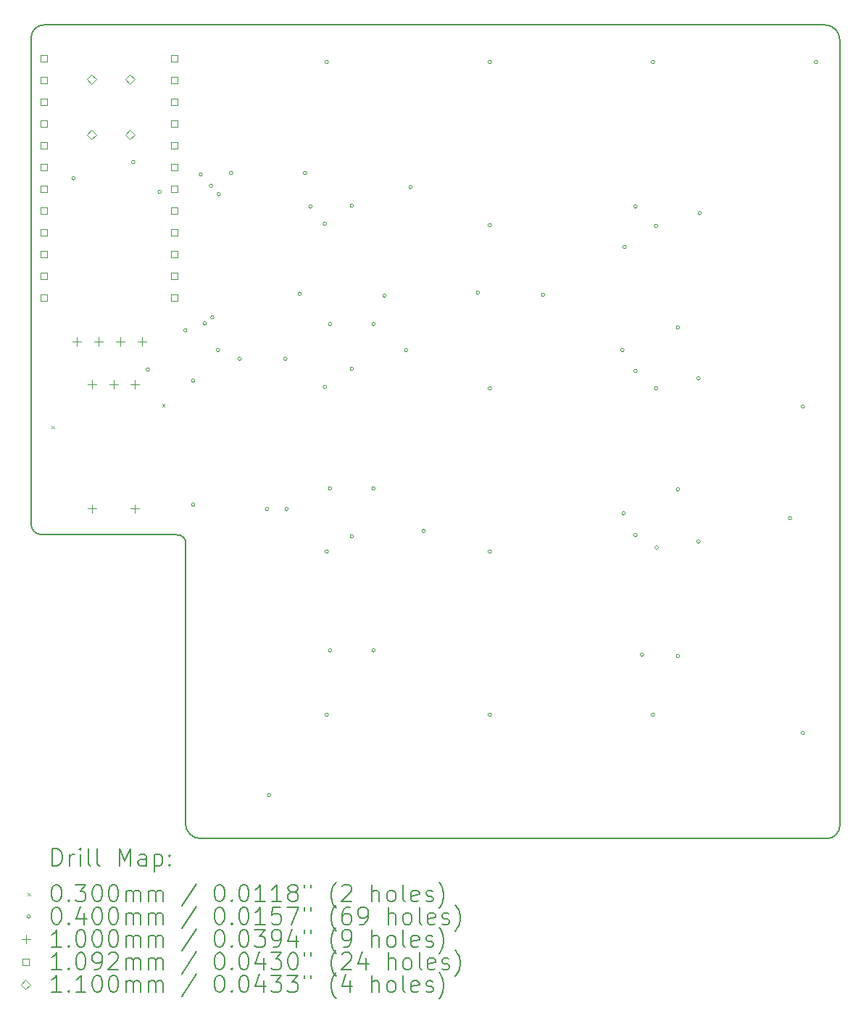
<source format=gbr>
%FSLAX45Y45*%
G04 Gerber Fmt 4.5, Leading zero omitted, Abs format (unit mm)*
G04 Created by KiCad (PCBNEW (6.0.0)) date 2023-01-06 10:55:56*
%MOMM*%
%LPD*%
G01*
G04 APERTURE LIST*
%TA.AperFunction,Profile*%
%ADD10C,0.150000*%
%TD*%
%ADD11C,0.200000*%
%ADD12C,0.030000*%
%ADD13C,0.040000*%
%ADD14C,0.100000*%
%ADD15C,0.109220*%
%ADD16C,0.110000*%
G04 APERTURE END LIST*
D10*
X15900400Y-15570200D02*
G75*
G03*
X16052800Y-15417800I0J152400D01*
G01*
X15875000Y-6070600D02*
X6756400Y-6070600D01*
X8407400Y-15392400D02*
G75*
G03*
X8585200Y-15570200I177800J0D01*
G01*
X6604000Y-11895822D02*
X6604000Y-6223000D01*
X6756400Y-6070600D02*
G75*
G03*
X6604000Y-6223000I0J-152400D01*
G01*
X6604000Y-11895822D02*
G75*
G03*
X6731000Y-12022822I127000J0D01*
G01*
X8407400Y-15392400D02*
X8412000Y-12132000D01*
X16052800Y-6248400D02*
G75*
G03*
X15875000Y-6070600I-177800J0D01*
G01*
X8585200Y-15570200D02*
X15900400Y-15570200D01*
X8412000Y-12132000D02*
G75*
G03*
X8307000Y-12024000I-96555J11169D01*
G01*
X16052800Y-15417800D02*
X16052800Y-6248400D01*
X8307000Y-12024000D02*
X6731000Y-12022822D01*
D11*
D12*
X6844500Y-10750000D02*
X6874500Y-10780000D01*
X6874500Y-10750000D02*
X6844500Y-10780000D01*
X8137200Y-10496000D02*
X8167200Y-10526000D01*
X8167200Y-10496000D02*
X8137200Y-10526000D01*
D13*
X7119300Y-7861300D02*
G75*
G03*
X7119300Y-7861300I-20000J0D01*
G01*
X7817800Y-7670800D02*
G75*
G03*
X7817800Y-7670800I-20000J0D01*
G01*
X7987000Y-10092450D02*
G75*
G03*
X7987000Y-10092450I-20000J0D01*
G01*
X8126000Y-8018000D02*
G75*
G03*
X8126000Y-8018000I-20000J0D01*
G01*
X8426000Y-9636000D02*
G75*
G03*
X8426000Y-9636000I-20000J0D01*
G01*
X8518000Y-10223500D02*
G75*
G03*
X8518000Y-10223500I-20000J0D01*
G01*
X8518000Y-11671300D02*
G75*
G03*
X8518000Y-11671300I-20000J0D01*
G01*
X8607000Y-7816000D02*
G75*
G03*
X8607000Y-7816000I-20000J0D01*
G01*
X8652000Y-9555000D02*
G75*
G03*
X8652000Y-9555000I-20000J0D01*
G01*
X8726000Y-7949000D02*
G75*
G03*
X8726000Y-7949000I-20000J0D01*
G01*
X8742000Y-9485000D02*
G75*
G03*
X8742000Y-9485000I-20000J0D01*
G01*
X8808400Y-9867900D02*
G75*
G03*
X8808400Y-9867900I-20000J0D01*
G01*
X8817335Y-8048035D02*
G75*
G03*
X8817335Y-8048035I-20000J0D01*
G01*
X8960800Y-7797800D02*
G75*
G03*
X8960800Y-7797800I-20000J0D01*
G01*
X9062400Y-9969500D02*
G75*
G03*
X9062400Y-9969500I-20000J0D01*
G01*
X9379900Y-11722100D02*
G75*
G03*
X9379900Y-11722100I-20000J0D01*
G01*
X9405300Y-15062200D02*
G75*
G03*
X9405300Y-15062200I-20000J0D01*
G01*
X9595800Y-9969500D02*
G75*
G03*
X9595800Y-9969500I-20000J0D01*
G01*
X9608500Y-11722100D02*
G75*
G03*
X9608500Y-11722100I-20000J0D01*
G01*
X9762000Y-9211000D02*
G75*
G03*
X9762000Y-9211000I-20000J0D01*
G01*
X9824400Y-7797800D02*
G75*
G03*
X9824400Y-7797800I-20000J0D01*
G01*
X9887900Y-8191500D02*
G75*
G03*
X9887900Y-8191500I-20000J0D01*
G01*
X10055984Y-8392875D02*
G75*
G03*
X10055984Y-8392875I-20000J0D01*
G01*
X10055984Y-10297875D02*
G75*
G03*
X10055984Y-10297875I-20000J0D01*
G01*
X10078000Y-6502400D02*
G75*
G03*
X10078000Y-6502400I-20000J0D01*
G01*
X10078000Y-12217400D02*
G75*
G03*
X10078000Y-12217400I-20000J0D01*
G01*
X10078000Y-14122400D02*
G75*
G03*
X10078000Y-14122400I-20000J0D01*
G01*
X10116500Y-9563100D02*
G75*
G03*
X10116500Y-9563100I-20000J0D01*
G01*
X10116500Y-11480800D02*
G75*
G03*
X10116500Y-11480800I-20000J0D01*
G01*
X10116500Y-13373100D02*
G75*
G03*
X10116500Y-13373100I-20000J0D01*
G01*
X10370500Y-8178800D02*
G75*
G03*
X10370500Y-8178800I-20000J0D01*
G01*
X10370500Y-10083800D02*
G75*
G03*
X10370500Y-10083800I-20000J0D01*
G01*
X10370500Y-12039600D02*
G75*
G03*
X10370500Y-12039600I-20000J0D01*
G01*
X10624500Y-9563100D02*
G75*
G03*
X10624500Y-9563100I-20000J0D01*
G01*
X10624500Y-11480800D02*
G75*
G03*
X10624500Y-11480800I-20000J0D01*
G01*
X10624500Y-13373100D02*
G75*
G03*
X10624500Y-13373100I-20000J0D01*
G01*
X10751500Y-9232900D02*
G75*
G03*
X10751500Y-9232900I-20000J0D01*
G01*
X11005500Y-9867900D02*
G75*
G03*
X11005500Y-9867900I-20000J0D01*
G01*
X11056300Y-7962900D02*
G75*
G03*
X11056300Y-7962900I-20000J0D01*
G01*
X11210000Y-11980000D02*
G75*
G03*
X11210000Y-11980000I-20000J0D01*
G01*
X11843700Y-9194800D02*
G75*
G03*
X11843700Y-9194800I-20000J0D01*
G01*
X11983000Y-6502400D02*
G75*
G03*
X11983000Y-6502400I-20000J0D01*
G01*
X11983000Y-8407400D02*
G75*
G03*
X11983000Y-8407400I-20000J0D01*
G01*
X11983000Y-10312400D02*
G75*
G03*
X11983000Y-10312400I-20000J0D01*
G01*
X11983000Y-12217400D02*
G75*
G03*
X11983000Y-12217400I-20000J0D01*
G01*
X11983000Y-14122400D02*
G75*
G03*
X11983000Y-14122400I-20000J0D01*
G01*
X12605700Y-9220200D02*
G75*
G03*
X12605700Y-9220200I-20000J0D01*
G01*
X13532800Y-9867900D02*
G75*
G03*
X13532800Y-9867900I-20000J0D01*
G01*
X13545500Y-11772900D02*
G75*
G03*
X13545500Y-11772900I-20000J0D01*
G01*
X13558200Y-8661400D02*
G75*
G03*
X13558200Y-8661400I-20000J0D01*
G01*
X13685200Y-8191500D02*
G75*
G03*
X13685200Y-8191500I-20000J0D01*
G01*
X13685200Y-10109200D02*
G75*
G03*
X13685200Y-10109200I-20000J0D01*
G01*
X13685200Y-12026900D02*
G75*
G03*
X13685200Y-12026900I-20000J0D01*
G01*
X13761400Y-13423900D02*
G75*
G03*
X13761400Y-13423900I-20000J0D01*
G01*
X13888000Y-6502400D02*
G75*
G03*
X13888000Y-6502400I-20000J0D01*
G01*
X13888000Y-14122400D02*
G75*
G03*
X13888000Y-14122400I-20000J0D01*
G01*
X13926090Y-8418607D02*
G75*
G03*
X13926090Y-8418607I-20000J0D01*
G01*
X13926090Y-10312400D02*
G75*
G03*
X13926090Y-10312400I-20000J0D01*
G01*
X13933115Y-12172285D02*
G75*
G03*
X13933115Y-12172285I-20000J0D01*
G01*
X14180500Y-9601200D02*
G75*
G03*
X14180500Y-9601200I-20000J0D01*
G01*
X14180500Y-11493500D02*
G75*
G03*
X14180500Y-11493500I-20000J0D01*
G01*
X14180500Y-13436600D02*
G75*
G03*
X14180500Y-13436600I-20000J0D01*
G01*
X14421800Y-10198100D02*
G75*
G03*
X14421800Y-10198100I-20000J0D01*
G01*
X14421800Y-12103100D02*
G75*
G03*
X14421800Y-12103100I-20000J0D01*
G01*
X14434500Y-8267700D02*
G75*
G03*
X14434500Y-8267700I-20000J0D01*
G01*
X15491000Y-11831600D02*
G75*
G03*
X15491000Y-11831600I-20000J0D01*
G01*
X15641000Y-10527900D02*
G75*
G03*
X15641000Y-10527900I-20000J0D01*
G01*
X15641000Y-14337900D02*
G75*
G03*
X15641000Y-14337900I-20000J0D01*
G01*
X15793000Y-6502400D02*
G75*
G03*
X15793000Y-6502400I-20000J0D01*
G01*
D14*
X7137400Y-9716300D02*
X7137400Y-9816300D01*
X7087400Y-9766300D02*
X7187400Y-9766300D01*
X7318000Y-10219000D02*
X7318000Y-10319000D01*
X7268000Y-10269000D02*
X7368000Y-10269000D01*
X7318000Y-11669000D02*
X7318000Y-11769000D01*
X7268000Y-11719000D02*
X7368000Y-11719000D01*
X7391400Y-9716300D02*
X7391400Y-9816300D01*
X7341400Y-9766300D02*
X7441400Y-9766300D01*
X7568000Y-10219000D02*
X7568000Y-10319000D01*
X7518000Y-10269000D02*
X7618000Y-10269000D01*
X7645400Y-9716300D02*
X7645400Y-9816300D01*
X7595400Y-9766300D02*
X7695400Y-9766300D01*
X7818000Y-10219000D02*
X7818000Y-10319000D01*
X7768000Y-10269000D02*
X7868000Y-10269000D01*
X7818000Y-11669000D02*
X7818000Y-11769000D01*
X7768000Y-11719000D02*
X7868000Y-11719000D01*
X7899400Y-9716300D02*
X7899400Y-9816300D01*
X7849400Y-9766300D02*
X7949400Y-9766300D01*
D15*
X6795015Y-6502915D02*
X6795015Y-6425684D01*
X6717784Y-6425684D01*
X6717784Y-6502915D01*
X6795015Y-6502915D01*
X6795015Y-6756915D02*
X6795015Y-6679684D01*
X6717784Y-6679684D01*
X6717784Y-6756915D01*
X6795015Y-6756915D01*
X6795015Y-7010915D02*
X6795015Y-6933684D01*
X6717784Y-6933684D01*
X6717784Y-7010915D01*
X6795015Y-7010915D01*
X6795015Y-7264915D02*
X6795015Y-7187684D01*
X6717784Y-7187684D01*
X6717784Y-7264915D01*
X6795015Y-7264915D01*
X6795015Y-7518915D02*
X6795015Y-7441684D01*
X6717784Y-7441684D01*
X6717784Y-7518915D01*
X6795015Y-7518915D01*
X6795015Y-7772915D02*
X6795015Y-7695684D01*
X6717784Y-7695684D01*
X6717784Y-7772915D01*
X6795015Y-7772915D01*
X6795015Y-8026915D02*
X6795015Y-7949684D01*
X6717784Y-7949684D01*
X6717784Y-8026915D01*
X6795015Y-8026915D01*
X6795015Y-8280915D02*
X6795015Y-8203684D01*
X6717784Y-8203684D01*
X6717784Y-8280915D01*
X6795015Y-8280915D01*
X6795015Y-8534916D02*
X6795015Y-8457685D01*
X6717784Y-8457685D01*
X6717784Y-8534916D01*
X6795015Y-8534916D01*
X6795015Y-8788916D02*
X6795015Y-8711685D01*
X6717784Y-8711685D01*
X6717784Y-8788916D01*
X6795015Y-8788916D01*
X6795015Y-9042916D02*
X6795015Y-8965685D01*
X6717784Y-8965685D01*
X6717784Y-9042916D01*
X6795015Y-9042916D01*
X6795015Y-9296916D02*
X6795015Y-9219685D01*
X6717784Y-9219685D01*
X6717784Y-9296916D01*
X6795015Y-9296916D01*
X8319015Y-6502915D02*
X8319015Y-6425684D01*
X8241784Y-6425684D01*
X8241784Y-6502915D01*
X8319015Y-6502915D01*
X8319015Y-6756915D02*
X8319015Y-6679684D01*
X8241784Y-6679684D01*
X8241784Y-6756915D01*
X8319015Y-6756915D01*
X8319015Y-7010915D02*
X8319015Y-6933684D01*
X8241784Y-6933684D01*
X8241784Y-7010915D01*
X8319015Y-7010915D01*
X8319015Y-7264915D02*
X8319015Y-7187684D01*
X8241784Y-7187684D01*
X8241784Y-7264915D01*
X8319015Y-7264915D01*
X8319015Y-7518915D02*
X8319015Y-7441684D01*
X8241784Y-7441684D01*
X8241784Y-7518915D01*
X8319015Y-7518915D01*
X8319015Y-7772915D02*
X8319015Y-7695684D01*
X8241784Y-7695684D01*
X8241784Y-7772915D01*
X8319015Y-7772915D01*
X8319015Y-8026915D02*
X8319015Y-7949684D01*
X8241784Y-7949684D01*
X8241784Y-8026915D01*
X8319015Y-8026915D01*
X8319015Y-8280915D02*
X8319015Y-8203684D01*
X8241784Y-8203684D01*
X8241784Y-8280915D01*
X8319015Y-8280915D01*
X8319015Y-8534916D02*
X8319015Y-8457685D01*
X8241784Y-8457685D01*
X8241784Y-8534916D01*
X8319015Y-8534916D01*
X8319015Y-8788916D02*
X8319015Y-8711685D01*
X8241784Y-8711685D01*
X8241784Y-8788916D01*
X8319015Y-8788916D01*
X8319015Y-9042916D02*
X8319015Y-8965685D01*
X8241784Y-8965685D01*
X8241784Y-9042916D01*
X8319015Y-9042916D01*
X8319015Y-9296916D02*
X8319015Y-9219685D01*
X8241784Y-9219685D01*
X8241784Y-9296916D01*
X8319015Y-9296916D01*
D16*
X7309700Y-6758300D02*
X7364700Y-6703300D01*
X7309700Y-6648300D01*
X7254700Y-6703300D01*
X7309700Y-6758300D01*
X7309700Y-7408300D02*
X7364700Y-7353300D01*
X7309700Y-7298300D01*
X7254700Y-7353300D01*
X7309700Y-7408300D01*
X7759700Y-6758300D02*
X7814700Y-6703300D01*
X7759700Y-6648300D01*
X7704700Y-6703300D01*
X7759700Y-6758300D01*
X7759700Y-7408300D02*
X7814700Y-7353300D01*
X7759700Y-7298300D01*
X7704700Y-7353300D01*
X7759700Y-7408300D01*
D11*
X6854119Y-15888176D02*
X6854119Y-15688176D01*
X6901738Y-15688176D01*
X6930309Y-15697700D01*
X6949357Y-15716748D01*
X6958881Y-15735795D01*
X6968405Y-15773890D01*
X6968405Y-15802462D01*
X6958881Y-15840557D01*
X6949357Y-15859605D01*
X6930309Y-15878652D01*
X6901738Y-15888176D01*
X6854119Y-15888176D01*
X7054119Y-15888176D02*
X7054119Y-15754843D01*
X7054119Y-15792938D02*
X7063643Y-15773890D01*
X7073167Y-15764367D01*
X7092214Y-15754843D01*
X7111262Y-15754843D01*
X7177928Y-15888176D02*
X7177928Y-15754843D01*
X7177928Y-15688176D02*
X7168405Y-15697700D01*
X7177928Y-15707224D01*
X7187452Y-15697700D01*
X7177928Y-15688176D01*
X7177928Y-15707224D01*
X7301738Y-15888176D02*
X7282690Y-15878652D01*
X7273167Y-15859605D01*
X7273167Y-15688176D01*
X7406500Y-15888176D02*
X7387452Y-15878652D01*
X7377928Y-15859605D01*
X7377928Y-15688176D01*
X7635071Y-15888176D02*
X7635071Y-15688176D01*
X7701738Y-15831033D01*
X7768405Y-15688176D01*
X7768405Y-15888176D01*
X7949357Y-15888176D02*
X7949357Y-15783414D01*
X7939833Y-15764367D01*
X7920786Y-15754843D01*
X7882690Y-15754843D01*
X7863643Y-15764367D01*
X7949357Y-15878652D02*
X7930309Y-15888176D01*
X7882690Y-15888176D01*
X7863643Y-15878652D01*
X7854119Y-15859605D01*
X7854119Y-15840557D01*
X7863643Y-15821509D01*
X7882690Y-15811986D01*
X7930309Y-15811986D01*
X7949357Y-15802462D01*
X8044595Y-15754843D02*
X8044595Y-15954843D01*
X8044595Y-15764367D02*
X8063643Y-15754843D01*
X8101738Y-15754843D01*
X8120786Y-15764367D01*
X8130309Y-15773890D01*
X8139833Y-15792938D01*
X8139833Y-15850081D01*
X8130309Y-15869128D01*
X8120786Y-15878652D01*
X8101738Y-15888176D01*
X8063643Y-15888176D01*
X8044595Y-15878652D01*
X8225548Y-15869128D02*
X8235071Y-15878652D01*
X8225548Y-15888176D01*
X8216024Y-15878652D01*
X8225548Y-15869128D01*
X8225548Y-15888176D01*
X8225548Y-15764367D02*
X8235071Y-15773890D01*
X8225548Y-15783414D01*
X8216024Y-15773890D01*
X8225548Y-15764367D01*
X8225548Y-15783414D01*
D12*
X6566500Y-16202700D02*
X6596500Y-16232700D01*
X6596500Y-16202700D02*
X6566500Y-16232700D01*
D11*
X6892214Y-16108176D02*
X6911262Y-16108176D01*
X6930309Y-16117700D01*
X6939833Y-16127224D01*
X6949357Y-16146271D01*
X6958881Y-16184367D01*
X6958881Y-16231986D01*
X6949357Y-16270081D01*
X6939833Y-16289128D01*
X6930309Y-16298652D01*
X6911262Y-16308176D01*
X6892214Y-16308176D01*
X6873167Y-16298652D01*
X6863643Y-16289128D01*
X6854119Y-16270081D01*
X6844595Y-16231986D01*
X6844595Y-16184367D01*
X6854119Y-16146271D01*
X6863643Y-16127224D01*
X6873167Y-16117700D01*
X6892214Y-16108176D01*
X7044595Y-16289128D02*
X7054119Y-16298652D01*
X7044595Y-16308176D01*
X7035071Y-16298652D01*
X7044595Y-16289128D01*
X7044595Y-16308176D01*
X7120786Y-16108176D02*
X7244595Y-16108176D01*
X7177928Y-16184367D01*
X7206500Y-16184367D01*
X7225548Y-16193890D01*
X7235071Y-16203414D01*
X7244595Y-16222462D01*
X7244595Y-16270081D01*
X7235071Y-16289128D01*
X7225548Y-16298652D01*
X7206500Y-16308176D01*
X7149357Y-16308176D01*
X7130309Y-16298652D01*
X7120786Y-16289128D01*
X7368405Y-16108176D02*
X7387452Y-16108176D01*
X7406500Y-16117700D01*
X7416024Y-16127224D01*
X7425548Y-16146271D01*
X7435071Y-16184367D01*
X7435071Y-16231986D01*
X7425548Y-16270081D01*
X7416024Y-16289128D01*
X7406500Y-16298652D01*
X7387452Y-16308176D01*
X7368405Y-16308176D01*
X7349357Y-16298652D01*
X7339833Y-16289128D01*
X7330309Y-16270081D01*
X7320786Y-16231986D01*
X7320786Y-16184367D01*
X7330309Y-16146271D01*
X7339833Y-16127224D01*
X7349357Y-16117700D01*
X7368405Y-16108176D01*
X7558881Y-16108176D02*
X7577928Y-16108176D01*
X7596976Y-16117700D01*
X7606500Y-16127224D01*
X7616024Y-16146271D01*
X7625548Y-16184367D01*
X7625548Y-16231986D01*
X7616024Y-16270081D01*
X7606500Y-16289128D01*
X7596976Y-16298652D01*
X7577928Y-16308176D01*
X7558881Y-16308176D01*
X7539833Y-16298652D01*
X7530309Y-16289128D01*
X7520786Y-16270081D01*
X7511262Y-16231986D01*
X7511262Y-16184367D01*
X7520786Y-16146271D01*
X7530309Y-16127224D01*
X7539833Y-16117700D01*
X7558881Y-16108176D01*
X7711262Y-16308176D02*
X7711262Y-16174843D01*
X7711262Y-16193890D02*
X7720786Y-16184367D01*
X7739833Y-16174843D01*
X7768405Y-16174843D01*
X7787452Y-16184367D01*
X7796976Y-16203414D01*
X7796976Y-16308176D01*
X7796976Y-16203414D02*
X7806500Y-16184367D01*
X7825548Y-16174843D01*
X7854119Y-16174843D01*
X7873167Y-16184367D01*
X7882690Y-16203414D01*
X7882690Y-16308176D01*
X7977928Y-16308176D02*
X7977928Y-16174843D01*
X7977928Y-16193890D02*
X7987452Y-16184367D01*
X8006500Y-16174843D01*
X8035071Y-16174843D01*
X8054119Y-16184367D01*
X8063643Y-16203414D01*
X8063643Y-16308176D01*
X8063643Y-16203414D02*
X8073167Y-16184367D01*
X8092214Y-16174843D01*
X8120786Y-16174843D01*
X8139833Y-16184367D01*
X8149357Y-16203414D01*
X8149357Y-16308176D01*
X8539833Y-16098652D02*
X8368405Y-16355795D01*
X8796976Y-16108176D02*
X8816024Y-16108176D01*
X8835071Y-16117700D01*
X8844595Y-16127224D01*
X8854119Y-16146271D01*
X8863643Y-16184367D01*
X8863643Y-16231986D01*
X8854119Y-16270081D01*
X8844595Y-16289128D01*
X8835071Y-16298652D01*
X8816024Y-16308176D01*
X8796976Y-16308176D01*
X8777929Y-16298652D01*
X8768405Y-16289128D01*
X8758881Y-16270081D01*
X8749357Y-16231986D01*
X8749357Y-16184367D01*
X8758881Y-16146271D01*
X8768405Y-16127224D01*
X8777929Y-16117700D01*
X8796976Y-16108176D01*
X8949357Y-16289128D02*
X8958881Y-16298652D01*
X8949357Y-16308176D01*
X8939833Y-16298652D01*
X8949357Y-16289128D01*
X8949357Y-16308176D01*
X9082690Y-16108176D02*
X9101738Y-16108176D01*
X9120786Y-16117700D01*
X9130310Y-16127224D01*
X9139833Y-16146271D01*
X9149357Y-16184367D01*
X9149357Y-16231986D01*
X9139833Y-16270081D01*
X9130310Y-16289128D01*
X9120786Y-16298652D01*
X9101738Y-16308176D01*
X9082690Y-16308176D01*
X9063643Y-16298652D01*
X9054119Y-16289128D01*
X9044595Y-16270081D01*
X9035071Y-16231986D01*
X9035071Y-16184367D01*
X9044595Y-16146271D01*
X9054119Y-16127224D01*
X9063643Y-16117700D01*
X9082690Y-16108176D01*
X9339833Y-16308176D02*
X9225548Y-16308176D01*
X9282690Y-16308176D02*
X9282690Y-16108176D01*
X9263643Y-16136748D01*
X9244595Y-16155795D01*
X9225548Y-16165319D01*
X9530310Y-16308176D02*
X9416024Y-16308176D01*
X9473167Y-16308176D02*
X9473167Y-16108176D01*
X9454119Y-16136748D01*
X9435071Y-16155795D01*
X9416024Y-16165319D01*
X9644595Y-16193890D02*
X9625548Y-16184367D01*
X9616024Y-16174843D01*
X9606500Y-16155795D01*
X9606500Y-16146271D01*
X9616024Y-16127224D01*
X9625548Y-16117700D01*
X9644595Y-16108176D01*
X9682690Y-16108176D01*
X9701738Y-16117700D01*
X9711262Y-16127224D01*
X9720786Y-16146271D01*
X9720786Y-16155795D01*
X9711262Y-16174843D01*
X9701738Y-16184367D01*
X9682690Y-16193890D01*
X9644595Y-16193890D01*
X9625548Y-16203414D01*
X9616024Y-16212938D01*
X9606500Y-16231986D01*
X9606500Y-16270081D01*
X9616024Y-16289128D01*
X9625548Y-16298652D01*
X9644595Y-16308176D01*
X9682690Y-16308176D01*
X9701738Y-16298652D01*
X9711262Y-16289128D01*
X9720786Y-16270081D01*
X9720786Y-16231986D01*
X9711262Y-16212938D01*
X9701738Y-16203414D01*
X9682690Y-16193890D01*
X9796976Y-16108176D02*
X9796976Y-16146271D01*
X9873167Y-16108176D02*
X9873167Y-16146271D01*
X10168405Y-16384367D02*
X10158881Y-16374843D01*
X10139833Y-16346271D01*
X10130310Y-16327224D01*
X10120786Y-16298652D01*
X10111262Y-16251033D01*
X10111262Y-16212938D01*
X10120786Y-16165319D01*
X10130310Y-16136748D01*
X10139833Y-16117700D01*
X10158881Y-16089128D01*
X10168405Y-16079605D01*
X10235071Y-16127224D02*
X10244595Y-16117700D01*
X10263643Y-16108176D01*
X10311262Y-16108176D01*
X10330310Y-16117700D01*
X10339833Y-16127224D01*
X10349357Y-16146271D01*
X10349357Y-16165319D01*
X10339833Y-16193890D01*
X10225548Y-16308176D01*
X10349357Y-16308176D01*
X10587452Y-16308176D02*
X10587452Y-16108176D01*
X10673167Y-16308176D02*
X10673167Y-16203414D01*
X10663643Y-16184367D01*
X10644595Y-16174843D01*
X10616024Y-16174843D01*
X10596976Y-16184367D01*
X10587452Y-16193890D01*
X10796976Y-16308176D02*
X10777929Y-16298652D01*
X10768405Y-16289128D01*
X10758881Y-16270081D01*
X10758881Y-16212938D01*
X10768405Y-16193890D01*
X10777929Y-16184367D01*
X10796976Y-16174843D01*
X10825548Y-16174843D01*
X10844595Y-16184367D01*
X10854119Y-16193890D01*
X10863643Y-16212938D01*
X10863643Y-16270081D01*
X10854119Y-16289128D01*
X10844595Y-16298652D01*
X10825548Y-16308176D01*
X10796976Y-16308176D01*
X10977929Y-16308176D02*
X10958881Y-16298652D01*
X10949357Y-16279605D01*
X10949357Y-16108176D01*
X11130310Y-16298652D02*
X11111262Y-16308176D01*
X11073167Y-16308176D01*
X11054119Y-16298652D01*
X11044595Y-16279605D01*
X11044595Y-16203414D01*
X11054119Y-16184367D01*
X11073167Y-16174843D01*
X11111262Y-16174843D01*
X11130310Y-16184367D01*
X11139833Y-16203414D01*
X11139833Y-16222462D01*
X11044595Y-16241509D01*
X11216024Y-16298652D02*
X11235071Y-16308176D01*
X11273167Y-16308176D01*
X11292214Y-16298652D01*
X11301738Y-16279605D01*
X11301738Y-16270081D01*
X11292214Y-16251033D01*
X11273167Y-16241509D01*
X11244595Y-16241509D01*
X11225548Y-16231986D01*
X11216024Y-16212938D01*
X11216024Y-16203414D01*
X11225548Y-16184367D01*
X11244595Y-16174843D01*
X11273167Y-16174843D01*
X11292214Y-16184367D01*
X11368405Y-16384367D02*
X11377928Y-16374843D01*
X11396976Y-16346271D01*
X11406500Y-16327224D01*
X11416024Y-16298652D01*
X11425548Y-16251033D01*
X11425548Y-16212938D01*
X11416024Y-16165319D01*
X11406500Y-16136748D01*
X11396976Y-16117700D01*
X11377928Y-16089128D01*
X11368405Y-16079605D01*
D13*
X6596500Y-16481700D02*
G75*
G03*
X6596500Y-16481700I-20000J0D01*
G01*
D11*
X6892214Y-16372176D02*
X6911262Y-16372176D01*
X6930309Y-16381700D01*
X6939833Y-16391224D01*
X6949357Y-16410271D01*
X6958881Y-16448367D01*
X6958881Y-16495986D01*
X6949357Y-16534081D01*
X6939833Y-16553128D01*
X6930309Y-16562652D01*
X6911262Y-16572176D01*
X6892214Y-16572176D01*
X6873167Y-16562652D01*
X6863643Y-16553128D01*
X6854119Y-16534081D01*
X6844595Y-16495986D01*
X6844595Y-16448367D01*
X6854119Y-16410271D01*
X6863643Y-16391224D01*
X6873167Y-16381700D01*
X6892214Y-16372176D01*
X7044595Y-16553128D02*
X7054119Y-16562652D01*
X7044595Y-16572176D01*
X7035071Y-16562652D01*
X7044595Y-16553128D01*
X7044595Y-16572176D01*
X7225548Y-16438843D02*
X7225548Y-16572176D01*
X7177928Y-16362652D02*
X7130309Y-16505509D01*
X7254119Y-16505509D01*
X7368405Y-16372176D02*
X7387452Y-16372176D01*
X7406500Y-16381700D01*
X7416024Y-16391224D01*
X7425548Y-16410271D01*
X7435071Y-16448367D01*
X7435071Y-16495986D01*
X7425548Y-16534081D01*
X7416024Y-16553128D01*
X7406500Y-16562652D01*
X7387452Y-16572176D01*
X7368405Y-16572176D01*
X7349357Y-16562652D01*
X7339833Y-16553128D01*
X7330309Y-16534081D01*
X7320786Y-16495986D01*
X7320786Y-16448367D01*
X7330309Y-16410271D01*
X7339833Y-16391224D01*
X7349357Y-16381700D01*
X7368405Y-16372176D01*
X7558881Y-16372176D02*
X7577928Y-16372176D01*
X7596976Y-16381700D01*
X7606500Y-16391224D01*
X7616024Y-16410271D01*
X7625548Y-16448367D01*
X7625548Y-16495986D01*
X7616024Y-16534081D01*
X7606500Y-16553128D01*
X7596976Y-16562652D01*
X7577928Y-16572176D01*
X7558881Y-16572176D01*
X7539833Y-16562652D01*
X7530309Y-16553128D01*
X7520786Y-16534081D01*
X7511262Y-16495986D01*
X7511262Y-16448367D01*
X7520786Y-16410271D01*
X7530309Y-16391224D01*
X7539833Y-16381700D01*
X7558881Y-16372176D01*
X7711262Y-16572176D02*
X7711262Y-16438843D01*
X7711262Y-16457890D02*
X7720786Y-16448367D01*
X7739833Y-16438843D01*
X7768405Y-16438843D01*
X7787452Y-16448367D01*
X7796976Y-16467414D01*
X7796976Y-16572176D01*
X7796976Y-16467414D02*
X7806500Y-16448367D01*
X7825548Y-16438843D01*
X7854119Y-16438843D01*
X7873167Y-16448367D01*
X7882690Y-16467414D01*
X7882690Y-16572176D01*
X7977928Y-16572176D02*
X7977928Y-16438843D01*
X7977928Y-16457890D02*
X7987452Y-16448367D01*
X8006500Y-16438843D01*
X8035071Y-16438843D01*
X8054119Y-16448367D01*
X8063643Y-16467414D01*
X8063643Y-16572176D01*
X8063643Y-16467414D02*
X8073167Y-16448367D01*
X8092214Y-16438843D01*
X8120786Y-16438843D01*
X8139833Y-16448367D01*
X8149357Y-16467414D01*
X8149357Y-16572176D01*
X8539833Y-16362652D02*
X8368405Y-16619795D01*
X8796976Y-16372176D02*
X8816024Y-16372176D01*
X8835071Y-16381700D01*
X8844595Y-16391224D01*
X8854119Y-16410271D01*
X8863643Y-16448367D01*
X8863643Y-16495986D01*
X8854119Y-16534081D01*
X8844595Y-16553128D01*
X8835071Y-16562652D01*
X8816024Y-16572176D01*
X8796976Y-16572176D01*
X8777929Y-16562652D01*
X8768405Y-16553128D01*
X8758881Y-16534081D01*
X8749357Y-16495986D01*
X8749357Y-16448367D01*
X8758881Y-16410271D01*
X8768405Y-16391224D01*
X8777929Y-16381700D01*
X8796976Y-16372176D01*
X8949357Y-16553128D02*
X8958881Y-16562652D01*
X8949357Y-16572176D01*
X8939833Y-16562652D01*
X8949357Y-16553128D01*
X8949357Y-16572176D01*
X9082690Y-16372176D02*
X9101738Y-16372176D01*
X9120786Y-16381700D01*
X9130310Y-16391224D01*
X9139833Y-16410271D01*
X9149357Y-16448367D01*
X9149357Y-16495986D01*
X9139833Y-16534081D01*
X9130310Y-16553128D01*
X9120786Y-16562652D01*
X9101738Y-16572176D01*
X9082690Y-16572176D01*
X9063643Y-16562652D01*
X9054119Y-16553128D01*
X9044595Y-16534081D01*
X9035071Y-16495986D01*
X9035071Y-16448367D01*
X9044595Y-16410271D01*
X9054119Y-16391224D01*
X9063643Y-16381700D01*
X9082690Y-16372176D01*
X9339833Y-16572176D02*
X9225548Y-16572176D01*
X9282690Y-16572176D02*
X9282690Y-16372176D01*
X9263643Y-16400748D01*
X9244595Y-16419795D01*
X9225548Y-16429319D01*
X9520786Y-16372176D02*
X9425548Y-16372176D01*
X9416024Y-16467414D01*
X9425548Y-16457890D01*
X9444595Y-16448367D01*
X9492214Y-16448367D01*
X9511262Y-16457890D01*
X9520786Y-16467414D01*
X9530310Y-16486462D01*
X9530310Y-16534081D01*
X9520786Y-16553128D01*
X9511262Y-16562652D01*
X9492214Y-16572176D01*
X9444595Y-16572176D01*
X9425548Y-16562652D01*
X9416024Y-16553128D01*
X9596976Y-16372176D02*
X9730310Y-16372176D01*
X9644595Y-16572176D01*
X9796976Y-16372176D02*
X9796976Y-16410271D01*
X9873167Y-16372176D02*
X9873167Y-16410271D01*
X10168405Y-16648367D02*
X10158881Y-16638843D01*
X10139833Y-16610271D01*
X10130310Y-16591224D01*
X10120786Y-16562652D01*
X10111262Y-16515033D01*
X10111262Y-16476938D01*
X10120786Y-16429319D01*
X10130310Y-16400748D01*
X10139833Y-16381700D01*
X10158881Y-16353128D01*
X10168405Y-16343605D01*
X10330310Y-16372176D02*
X10292214Y-16372176D01*
X10273167Y-16381700D01*
X10263643Y-16391224D01*
X10244595Y-16419795D01*
X10235071Y-16457890D01*
X10235071Y-16534081D01*
X10244595Y-16553128D01*
X10254119Y-16562652D01*
X10273167Y-16572176D01*
X10311262Y-16572176D01*
X10330310Y-16562652D01*
X10339833Y-16553128D01*
X10349357Y-16534081D01*
X10349357Y-16486462D01*
X10339833Y-16467414D01*
X10330310Y-16457890D01*
X10311262Y-16448367D01*
X10273167Y-16448367D01*
X10254119Y-16457890D01*
X10244595Y-16467414D01*
X10235071Y-16486462D01*
X10444595Y-16572176D02*
X10482690Y-16572176D01*
X10501738Y-16562652D01*
X10511262Y-16553128D01*
X10530310Y-16524557D01*
X10539833Y-16486462D01*
X10539833Y-16410271D01*
X10530310Y-16391224D01*
X10520786Y-16381700D01*
X10501738Y-16372176D01*
X10463643Y-16372176D01*
X10444595Y-16381700D01*
X10435071Y-16391224D01*
X10425548Y-16410271D01*
X10425548Y-16457890D01*
X10435071Y-16476938D01*
X10444595Y-16486462D01*
X10463643Y-16495986D01*
X10501738Y-16495986D01*
X10520786Y-16486462D01*
X10530310Y-16476938D01*
X10539833Y-16457890D01*
X10777929Y-16572176D02*
X10777929Y-16372176D01*
X10863643Y-16572176D02*
X10863643Y-16467414D01*
X10854119Y-16448367D01*
X10835071Y-16438843D01*
X10806500Y-16438843D01*
X10787452Y-16448367D01*
X10777929Y-16457890D01*
X10987452Y-16572176D02*
X10968405Y-16562652D01*
X10958881Y-16553128D01*
X10949357Y-16534081D01*
X10949357Y-16476938D01*
X10958881Y-16457890D01*
X10968405Y-16448367D01*
X10987452Y-16438843D01*
X11016024Y-16438843D01*
X11035071Y-16448367D01*
X11044595Y-16457890D01*
X11054119Y-16476938D01*
X11054119Y-16534081D01*
X11044595Y-16553128D01*
X11035071Y-16562652D01*
X11016024Y-16572176D01*
X10987452Y-16572176D01*
X11168405Y-16572176D02*
X11149357Y-16562652D01*
X11139833Y-16543605D01*
X11139833Y-16372176D01*
X11320786Y-16562652D02*
X11301738Y-16572176D01*
X11263643Y-16572176D01*
X11244595Y-16562652D01*
X11235071Y-16543605D01*
X11235071Y-16467414D01*
X11244595Y-16448367D01*
X11263643Y-16438843D01*
X11301738Y-16438843D01*
X11320786Y-16448367D01*
X11330309Y-16467414D01*
X11330309Y-16486462D01*
X11235071Y-16505509D01*
X11406500Y-16562652D02*
X11425548Y-16572176D01*
X11463643Y-16572176D01*
X11482690Y-16562652D01*
X11492214Y-16543605D01*
X11492214Y-16534081D01*
X11482690Y-16515033D01*
X11463643Y-16505509D01*
X11435071Y-16505509D01*
X11416024Y-16495986D01*
X11406500Y-16476938D01*
X11406500Y-16467414D01*
X11416024Y-16448367D01*
X11435071Y-16438843D01*
X11463643Y-16438843D01*
X11482690Y-16448367D01*
X11558881Y-16648367D02*
X11568405Y-16638843D01*
X11587452Y-16610271D01*
X11596976Y-16591224D01*
X11606500Y-16562652D01*
X11616024Y-16515033D01*
X11616024Y-16476938D01*
X11606500Y-16429319D01*
X11596976Y-16400748D01*
X11587452Y-16381700D01*
X11568405Y-16353128D01*
X11558881Y-16343605D01*
D14*
X6546500Y-16695700D02*
X6546500Y-16795700D01*
X6496500Y-16745700D02*
X6596500Y-16745700D01*
D11*
X6958881Y-16836176D02*
X6844595Y-16836176D01*
X6901738Y-16836176D02*
X6901738Y-16636176D01*
X6882690Y-16664748D01*
X6863643Y-16683795D01*
X6844595Y-16693319D01*
X7044595Y-16817129D02*
X7054119Y-16826652D01*
X7044595Y-16836176D01*
X7035071Y-16826652D01*
X7044595Y-16817129D01*
X7044595Y-16836176D01*
X7177928Y-16636176D02*
X7196976Y-16636176D01*
X7216024Y-16645700D01*
X7225548Y-16655224D01*
X7235071Y-16674271D01*
X7244595Y-16712367D01*
X7244595Y-16759986D01*
X7235071Y-16798081D01*
X7225548Y-16817129D01*
X7216024Y-16826652D01*
X7196976Y-16836176D01*
X7177928Y-16836176D01*
X7158881Y-16826652D01*
X7149357Y-16817129D01*
X7139833Y-16798081D01*
X7130309Y-16759986D01*
X7130309Y-16712367D01*
X7139833Y-16674271D01*
X7149357Y-16655224D01*
X7158881Y-16645700D01*
X7177928Y-16636176D01*
X7368405Y-16636176D02*
X7387452Y-16636176D01*
X7406500Y-16645700D01*
X7416024Y-16655224D01*
X7425548Y-16674271D01*
X7435071Y-16712367D01*
X7435071Y-16759986D01*
X7425548Y-16798081D01*
X7416024Y-16817129D01*
X7406500Y-16826652D01*
X7387452Y-16836176D01*
X7368405Y-16836176D01*
X7349357Y-16826652D01*
X7339833Y-16817129D01*
X7330309Y-16798081D01*
X7320786Y-16759986D01*
X7320786Y-16712367D01*
X7330309Y-16674271D01*
X7339833Y-16655224D01*
X7349357Y-16645700D01*
X7368405Y-16636176D01*
X7558881Y-16636176D02*
X7577928Y-16636176D01*
X7596976Y-16645700D01*
X7606500Y-16655224D01*
X7616024Y-16674271D01*
X7625548Y-16712367D01*
X7625548Y-16759986D01*
X7616024Y-16798081D01*
X7606500Y-16817129D01*
X7596976Y-16826652D01*
X7577928Y-16836176D01*
X7558881Y-16836176D01*
X7539833Y-16826652D01*
X7530309Y-16817129D01*
X7520786Y-16798081D01*
X7511262Y-16759986D01*
X7511262Y-16712367D01*
X7520786Y-16674271D01*
X7530309Y-16655224D01*
X7539833Y-16645700D01*
X7558881Y-16636176D01*
X7711262Y-16836176D02*
X7711262Y-16702843D01*
X7711262Y-16721890D02*
X7720786Y-16712367D01*
X7739833Y-16702843D01*
X7768405Y-16702843D01*
X7787452Y-16712367D01*
X7796976Y-16731414D01*
X7796976Y-16836176D01*
X7796976Y-16731414D02*
X7806500Y-16712367D01*
X7825548Y-16702843D01*
X7854119Y-16702843D01*
X7873167Y-16712367D01*
X7882690Y-16731414D01*
X7882690Y-16836176D01*
X7977928Y-16836176D02*
X7977928Y-16702843D01*
X7977928Y-16721890D02*
X7987452Y-16712367D01*
X8006500Y-16702843D01*
X8035071Y-16702843D01*
X8054119Y-16712367D01*
X8063643Y-16731414D01*
X8063643Y-16836176D01*
X8063643Y-16731414D02*
X8073167Y-16712367D01*
X8092214Y-16702843D01*
X8120786Y-16702843D01*
X8139833Y-16712367D01*
X8149357Y-16731414D01*
X8149357Y-16836176D01*
X8539833Y-16626652D02*
X8368405Y-16883795D01*
X8796976Y-16636176D02*
X8816024Y-16636176D01*
X8835071Y-16645700D01*
X8844595Y-16655224D01*
X8854119Y-16674271D01*
X8863643Y-16712367D01*
X8863643Y-16759986D01*
X8854119Y-16798081D01*
X8844595Y-16817129D01*
X8835071Y-16826652D01*
X8816024Y-16836176D01*
X8796976Y-16836176D01*
X8777929Y-16826652D01*
X8768405Y-16817129D01*
X8758881Y-16798081D01*
X8749357Y-16759986D01*
X8749357Y-16712367D01*
X8758881Y-16674271D01*
X8768405Y-16655224D01*
X8777929Y-16645700D01*
X8796976Y-16636176D01*
X8949357Y-16817129D02*
X8958881Y-16826652D01*
X8949357Y-16836176D01*
X8939833Y-16826652D01*
X8949357Y-16817129D01*
X8949357Y-16836176D01*
X9082690Y-16636176D02*
X9101738Y-16636176D01*
X9120786Y-16645700D01*
X9130310Y-16655224D01*
X9139833Y-16674271D01*
X9149357Y-16712367D01*
X9149357Y-16759986D01*
X9139833Y-16798081D01*
X9130310Y-16817129D01*
X9120786Y-16826652D01*
X9101738Y-16836176D01*
X9082690Y-16836176D01*
X9063643Y-16826652D01*
X9054119Y-16817129D01*
X9044595Y-16798081D01*
X9035071Y-16759986D01*
X9035071Y-16712367D01*
X9044595Y-16674271D01*
X9054119Y-16655224D01*
X9063643Y-16645700D01*
X9082690Y-16636176D01*
X9216024Y-16636176D02*
X9339833Y-16636176D01*
X9273167Y-16712367D01*
X9301738Y-16712367D01*
X9320786Y-16721890D01*
X9330310Y-16731414D01*
X9339833Y-16750462D01*
X9339833Y-16798081D01*
X9330310Y-16817129D01*
X9320786Y-16826652D01*
X9301738Y-16836176D01*
X9244595Y-16836176D01*
X9225548Y-16826652D01*
X9216024Y-16817129D01*
X9435071Y-16836176D02*
X9473167Y-16836176D01*
X9492214Y-16826652D01*
X9501738Y-16817129D01*
X9520786Y-16788557D01*
X9530310Y-16750462D01*
X9530310Y-16674271D01*
X9520786Y-16655224D01*
X9511262Y-16645700D01*
X9492214Y-16636176D01*
X9454119Y-16636176D01*
X9435071Y-16645700D01*
X9425548Y-16655224D01*
X9416024Y-16674271D01*
X9416024Y-16721890D01*
X9425548Y-16740938D01*
X9435071Y-16750462D01*
X9454119Y-16759986D01*
X9492214Y-16759986D01*
X9511262Y-16750462D01*
X9520786Y-16740938D01*
X9530310Y-16721890D01*
X9701738Y-16702843D02*
X9701738Y-16836176D01*
X9654119Y-16626652D02*
X9606500Y-16769509D01*
X9730310Y-16769509D01*
X9796976Y-16636176D02*
X9796976Y-16674271D01*
X9873167Y-16636176D02*
X9873167Y-16674271D01*
X10168405Y-16912367D02*
X10158881Y-16902843D01*
X10139833Y-16874271D01*
X10130310Y-16855224D01*
X10120786Y-16826652D01*
X10111262Y-16779033D01*
X10111262Y-16740938D01*
X10120786Y-16693319D01*
X10130310Y-16664748D01*
X10139833Y-16645700D01*
X10158881Y-16617128D01*
X10168405Y-16607605D01*
X10254119Y-16836176D02*
X10292214Y-16836176D01*
X10311262Y-16826652D01*
X10320786Y-16817129D01*
X10339833Y-16788557D01*
X10349357Y-16750462D01*
X10349357Y-16674271D01*
X10339833Y-16655224D01*
X10330310Y-16645700D01*
X10311262Y-16636176D01*
X10273167Y-16636176D01*
X10254119Y-16645700D01*
X10244595Y-16655224D01*
X10235071Y-16674271D01*
X10235071Y-16721890D01*
X10244595Y-16740938D01*
X10254119Y-16750462D01*
X10273167Y-16759986D01*
X10311262Y-16759986D01*
X10330310Y-16750462D01*
X10339833Y-16740938D01*
X10349357Y-16721890D01*
X10587452Y-16836176D02*
X10587452Y-16636176D01*
X10673167Y-16836176D02*
X10673167Y-16731414D01*
X10663643Y-16712367D01*
X10644595Y-16702843D01*
X10616024Y-16702843D01*
X10596976Y-16712367D01*
X10587452Y-16721890D01*
X10796976Y-16836176D02*
X10777929Y-16826652D01*
X10768405Y-16817129D01*
X10758881Y-16798081D01*
X10758881Y-16740938D01*
X10768405Y-16721890D01*
X10777929Y-16712367D01*
X10796976Y-16702843D01*
X10825548Y-16702843D01*
X10844595Y-16712367D01*
X10854119Y-16721890D01*
X10863643Y-16740938D01*
X10863643Y-16798081D01*
X10854119Y-16817129D01*
X10844595Y-16826652D01*
X10825548Y-16836176D01*
X10796976Y-16836176D01*
X10977929Y-16836176D02*
X10958881Y-16826652D01*
X10949357Y-16807605D01*
X10949357Y-16636176D01*
X11130310Y-16826652D02*
X11111262Y-16836176D01*
X11073167Y-16836176D01*
X11054119Y-16826652D01*
X11044595Y-16807605D01*
X11044595Y-16731414D01*
X11054119Y-16712367D01*
X11073167Y-16702843D01*
X11111262Y-16702843D01*
X11130310Y-16712367D01*
X11139833Y-16731414D01*
X11139833Y-16750462D01*
X11044595Y-16769509D01*
X11216024Y-16826652D02*
X11235071Y-16836176D01*
X11273167Y-16836176D01*
X11292214Y-16826652D01*
X11301738Y-16807605D01*
X11301738Y-16798081D01*
X11292214Y-16779033D01*
X11273167Y-16769509D01*
X11244595Y-16769509D01*
X11225548Y-16759986D01*
X11216024Y-16740938D01*
X11216024Y-16731414D01*
X11225548Y-16712367D01*
X11244595Y-16702843D01*
X11273167Y-16702843D01*
X11292214Y-16712367D01*
X11368405Y-16912367D02*
X11377928Y-16902843D01*
X11396976Y-16874271D01*
X11406500Y-16855224D01*
X11416024Y-16826652D01*
X11425548Y-16779033D01*
X11425548Y-16740938D01*
X11416024Y-16693319D01*
X11406500Y-16664748D01*
X11396976Y-16645700D01*
X11377928Y-16617128D01*
X11368405Y-16607605D01*
D15*
X6580505Y-17048316D02*
X6580505Y-16971085D01*
X6503274Y-16971085D01*
X6503274Y-17048316D01*
X6580505Y-17048316D01*
D11*
X6958881Y-17100176D02*
X6844595Y-17100176D01*
X6901738Y-17100176D02*
X6901738Y-16900176D01*
X6882690Y-16928748D01*
X6863643Y-16947795D01*
X6844595Y-16957319D01*
X7044595Y-17081129D02*
X7054119Y-17090652D01*
X7044595Y-17100176D01*
X7035071Y-17090652D01*
X7044595Y-17081129D01*
X7044595Y-17100176D01*
X7177928Y-16900176D02*
X7196976Y-16900176D01*
X7216024Y-16909700D01*
X7225548Y-16919224D01*
X7235071Y-16938271D01*
X7244595Y-16976367D01*
X7244595Y-17023986D01*
X7235071Y-17062081D01*
X7225548Y-17081129D01*
X7216024Y-17090652D01*
X7196976Y-17100176D01*
X7177928Y-17100176D01*
X7158881Y-17090652D01*
X7149357Y-17081129D01*
X7139833Y-17062081D01*
X7130309Y-17023986D01*
X7130309Y-16976367D01*
X7139833Y-16938271D01*
X7149357Y-16919224D01*
X7158881Y-16909700D01*
X7177928Y-16900176D01*
X7339833Y-17100176D02*
X7377928Y-17100176D01*
X7396976Y-17090652D01*
X7406500Y-17081129D01*
X7425548Y-17052557D01*
X7435071Y-17014462D01*
X7435071Y-16938271D01*
X7425548Y-16919224D01*
X7416024Y-16909700D01*
X7396976Y-16900176D01*
X7358881Y-16900176D01*
X7339833Y-16909700D01*
X7330309Y-16919224D01*
X7320786Y-16938271D01*
X7320786Y-16985890D01*
X7330309Y-17004938D01*
X7339833Y-17014462D01*
X7358881Y-17023986D01*
X7396976Y-17023986D01*
X7416024Y-17014462D01*
X7425548Y-17004938D01*
X7435071Y-16985890D01*
X7511262Y-16919224D02*
X7520786Y-16909700D01*
X7539833Y-16900176D01*
X7587452Y-16900176D01*
X7606500Y-16909700D01*
X7616024Y-16919224D01*
X7625548Y-16938271D01*
X7625548Y-16957319D01*
X7616024Y-16985890D01*
X7501738Y-17100176D01*
X7625548Y-17100176D01*
X7711262Y-17100176D02*
X7711262Y-16966843D01*
X7711262Y-16985890D02*
X7720786Y-16976367D01*
X7739833Y-16966843D01*
X7768405Y-16966843D01*
X7787452Y-16976367D01*
X7796976Y-16995414D01*
X7796976Y-17100176D01*
X7796976Y-16995414D02*
X7806500Y-16976367D01*
X7825548Y-16966843D01*
X7854119Y-16966843D01*
X7873167Y-16976367D01*
X7882690Y-16995414D01*
X7882690Y-17100176D01*
X7977928Y-17100176D02*
X7977928Y-16966843D01*
X7977928Y-16985890D02*
X7987452Y-16976367D01*
X8006500Y-16966843D01*
X8035071Y-16966843D01*
X8054119Y-16976367D01*
X8063643Y-16995414D01*
X8063643Y-17100176D01*
X8063643Y-16995414D02*
X8073167Y-16976367D01*
X8092214Y-16966843D01*
X8120786Y-16966843D01*
X8139833Y-16976367D01*
X8149357Y-16995414D01*
X8149357Y-17100176D01*
X8539833Y-16890652D02*
X8368405Y-17147795D01*
X8796976Y-16900176D02*
X8816024Y-16900176D01*
X8835071Y-16909700D01*
X8844595Y-16919224D01*
X8854119Y-16938271D01*
X8863643Y-16976367D01*
X8863643Y-17023986D01*
X8854119Y-17062081D01*
X8844595Y-17081129D01*
X8835071Y-17090652D01*
X8816024Y-17100176D01*
X8796976Y-17100176D01*
X8777929Y-17090652D01*
X8768405Y-17081129D01*
X8758881Y-17062081D01*
X8749357Y-17023986D01*
X8749357Y-16976367D01*
X8758881Y-16938271D01*
X8768405Y-16919224D01*
X8777929Y-16909700D01*
X8796976Y-16900176D01*
X8949357Y-17081129D02*
X8958881Y-17090652D01*
X8949357Y-17100176D01*
X8939833Y-17090652D01*
X8949357Y-17081129D01*
X8949357Y-17100176D01*
X9082690Y-16900176D02*
X9101738Y-16900176D01*
X9120786Y-16909700D01*
X9130310Y-16919224D01*
X9139833Y-16938271D01*
X9149357Y-16976367D01*
X9149357Y-17023986D01*
X9139833Y-17062081D01*
X9130310Y-17081129D01*
X9120786Y-17090652D01*
X9101738Y-17100176D01*
X9082690Y-17100176D01*
X9063643Y-17090652D01*
X9054119Y-17081129D01*
X9044595Y-17062081D01*
X9035071Y-17023986D01*
X9035071Y-16976367D01*
X9044595Y-16938271D01*
X9054119Y-16919224D01*
X9063643Y-16909700D01*
X9082690Y-16900176D01*
X9320786Y-16966843D02*
X9320786Y-17100176D01*
X9273167Y-16890652D02*
X9225548Y-17033510D01*
X9349357Y-17033510D01*
X9406500Y-16900176D02*
X9530310Y-16900176D01*
X9463643Y-16976367D01*
X9492214Y-16976367D01*
X9511262Y-16985890D01*
X9520786Y-16995414D01*
X9530310Y-17014462D01*
X9530310Y-17062081D01*
X9520786Y-17081129D01*
X9511262Y-17090652D01*
X9492214Y-17100176D01*
X9435071Y-17100176D01*
X9416024Y-17090652D01*
X9406500Y-17081129D01*
X9654119Y-16900176D02*
X9673167Y-16900176D01*
X9692214Y-16909700D01*
X9701738Y-16919224D01*
X9711262Y-16938271D01*
X9720786Y-16976367D01*
X9720786Y-17023986D01*
X9711262Y-17062081D01*
X9701738Y-17081129D01*
X9692214Y-17090652D01*
X9673167Y-17100176D01*
X9654119Y-17100176D01*
X9635071Y-17090652D01*
X9625548Y-17081129D01*
X9616024Y-17062081D01*
X9606500Y-17023986D01*
X9606500Y-16976367D01*
X9616024Y-16938271D01*
X9625548Y-16919224D01*
X9635071Y-16909700D01*
X9654119Y-16900176D01*
X9796976Y-16900176D02*
X9796976Y-16938271D01*
X9873167Y-16900176D02*
X9873167Y-16938271D01*
X10168405Y-17176367D02*
X10158881Y-17166843D01*
X10139833Y-17138271D01*
X10130310Y-17119224D01*
X10120786Y-17090652D01*
X10111262Y-17043033D01*
X10111262Y-17004938D01*
X10120786Y-16957319D01*
X10130310Y-16928748D01*
X10139833Y-16909700D01*
X10158881Y-16881129D01*
X10168405Y-16871605D01*
X10235071Y-16919224D02*
X10244595Y-16909700D01*
X10263643Y-16900176D01*
X10311262Y-16900176D01*
X10330310Y-16909700D01*
X10339833Y-16919224D01*
X10349357Y-16938271D01*
X10349357Y-16957319D01*
X10339833Y-16985890D01*
X10225548Y-17100176D01*
X10349357Y-17100176D01*
X10520786Y-16966843D02*
X10520786Y-17100176D01*
X10473167Y-16890652D02*
X10425548Y-17033510D01*
X10549357Y-17033510D01*
X10777929Y-17100176D02*
X10777929Y-16900176D01*
X10863643Y-17100176D02*
X10863643Y-16995414D01*
X10854119Y-16976367D01*
X10835071Y-16966843D01*
X10806500Y-16966843D01*
X10787452Y-16976367D01*
X10777929Y-16985890D01*
X10987452Y-17100176D02*
X10968405Y-17090652D01*
X10958881Y-17081129D01*
X10949357Y-17062081D01*
X10949357Y-17004938D01*
X10958881Y-16985890D01*
X10968405Y-16976367D01*
X10987452Y-16966843D01*
X11016024Y-16966843D01*
X11035071Y-16976367D01*
X11044595Y-16985890D01*
X11054119Y-17004938D01*
X11054119Y-17062081D01*
X11044595Y-17081129D01*
X11035071Y-17090652D01*
X11016024Y-17100176D01*
X10987452Y-17100176D01*
X11168405Y-17100176D02*
X11149357Y-17090652D01*
X11139833Y-17071605D01*
X11139833Y-16900176D01*
X11320786Y-17090652D02*
X11301738Y-17100176D01*
X11263643Y-17100176D01*
X11244595Y-17090652D01*
X11235071Y-17071605D01*
X11235071Y-16995414D01*
X11244595Y-16976367D01*
X11263643Y-16966843D01*
X11301738Y-16966843D01*
X11320786Y-16976367D01*
X11330309Y-16995414D01*
X11330309Y-17014462D01*
X11235071Y-17033510D01*
X11406500Y-17090652D02*
X11425548Y-17100176D01*
X11463643Y-17100176D01*
X11482690Y-17090652D01*
X11492214Y-17071605D01*
X11492214Y-17062081D01*
X11482690Y-17043033D01*
X11463643Y-17033510D01*
X11435071Y-17033510D01*
X11416024Y-17023986D01*
X11406500Y-17004938D01*
X11406500Y-16995414D01*
X11416024Y-16976367D01*
X11435071Y-16966843D01*
X11463643Y-16966843D01*
X11482690Y-16976367D01*
X11558881Y-17176367D02*
X11568405Y-17166843D01*
X11587452Y-17138271D01*
X11596976Y-17119224D01*
X11606500Y-17090652D01*
X11616024Y-17043033D01*
X11616024Y-17004938D01*
X11606500Y-16957319D01*
X11596976Y-16928748D01*
X11587452Y-16909700D01*
X11568405Y-16881129D01*
X11558881Y-16871605D01*
D16*
X6541500Y-17328700D02*
X6596500Y-17273700D01*
X6541500Y-17218700D01*
X6486500Y-17273700D01*
X6541500Y-17328700D01*
D11*
X6958881Y-17364176D02*
X6844595Y-17364176D01*
X6901738Y-17364176D02*
X6901738Y-17164176D01*
X6882690Y-17192748D01*
X6863643Y-17211795D01*
X6844595Y-17221319D01*
X7044595Y-17345129D02*
X7054119Y-17354652D01*
X7044595Y-17364176D01*
X7035071Y-17354652D01*
X7044595Y-17345129D01*
X7044595Y-17364176D01*
X7244595Y-17364176D02*
X7130309Y-17364176D01*
X7187452Y-17364176D02*
X7187452Y-17164176D01*
X7168405Y-17192748D01*
X7149357Y-17211795D01*
X7130309Y-17221319D01*
X7368405Y-17164176D02*
X7387452Y-17164176D01*
X7406500Y-17173700D01*
X7416024Y-17183224D01*
X7425548Y-17202271D01*
X7435071Y-17240367D01*
X7435071Y-17287986D01*
X7425548Y-17326081D01*
X7416024Y-17345129D01*
X7406500Y-17354652D01*
X7387452Y-17364176D01*
X7368405Y-17364176D01*
X7349357Y-17354652D01*
X7339833Y-17345129D01*
X7330309Y-17326081D01*
X7320786Y-17287986D01*
X7320786Y-17240367D01*
X7330309Y-17202271D01*
X7339833Y-17183224D01*
X7349357Y-17173700D01*
X7368405Y-17164176D01*
X7558881Y-17164176D02*
X7577928Y-17164176D01*
X7596976Y-17173700D01*
X7606500Y-17183224D01*
X7616024Y-17202271D01*
X7625548Y-17240367D01*
X7625548Y-17287986D01*
X7616024Y-17326081D01*
X7606500Y-17345129D01*
X7596976Y-17354652D01*
X7577928Y-17364176D01*
X7558881Y-17364176D01*
X7539833Y-17354652D01*
X7530309Y-17345129D01*
X7520786Y-17326081D01*
X7511262Y-17287986D01*
X7511262Y-17240367D01*
X7520786Y-17202271D01*
X7530309Y-17183224D01*
X7539833Y-17173700D01*
X7558881Y-17164176D01*
X7711262Y-17364176D02*
X7711262Y-17230843D01*
X7711262Y-17249890D02*
X7720786Y-17240367D01*
X7739833Y-17230843D01*
X7768405Y-17230843D01*
X7787452Y-17240367D01*
X7796976Y-17259414D01*
X7796976Y-17364176D01*
X7796976Y-17259414D02*
X7806500Y-17240367D01*
X7825548Y-17230843D01*
X7854119Y-17230843D01*
X7873167Y-17240367D01*
X7882690Y-17259414D01*
X7882690Y-17364176D01*
X7977928Y-17364176D02*
X7977928Y-17230843D01*
X7977928Y-17249890D02*
X7987452Y-17240367D01*
X8006500Y-17230843D01*
X8035071Y-17230843D01*
X8054119Y-17240367D01*
X8063643Y-17259414D01*
X8063643Y-17364176D01*
X8063643Y-17259414D02*
X8073167Y-17240367D01*
X8092214Y-17230843D01*
X8120786Y-17230843D01*
X8139833Y-17240367D01*
X8149357Y-17259414D01*
X8149357Y-17364176D01*
X8539833Y-17154652D02*
X8368405Y-17411795D01*
X8796976Y-17164176D02*
X8816024Y-17164176D01*
X8835071Y-17173700D01*
X8844595Y-17183224D01*
X8854119Y-17202271D01*
X8863643Y-17240367D01*
X8863643Y-17287986D01*
X8854119Y-17326081D01*
X8844595Y-17345129D01*
X8835071Y-17354652D01*
X8816024Y-17364176D01*
X8796976Y-17364176D01*
X8777929Y-17354652D01*
X8768405Y-17345129D01*
X8758881Y-17326081D01*
X8749357Y-17287986D01*
X8749357Y-17240367D01*
X8758881Y-17202271D01*
X8768405Y-17183224D01*
X8777929Y-17173700D01*
X8796976Y-17164176D01*
X8949357Y-17345129D02*
X8958881Y-17354652D01*
X8949357Y-17364176D01*
X8939833Y-17354652D01*
X8949357Y-17345129D01*
X8949357Y-17364176D01*
X9082690Y-17164176D02*
X9101738Y-17164176D01*
X9120786Y-17173700D01*
X9130310Y-17183224D01*
X9139833Y-17202271D01*
X9149357Y-17240367D01*
X9149357Y-17287986D01*
X9139833Y-17326081D01*
X9130310Y-17345129D01*
X9120786Y-17354652D01*
X9101738Y-17364176D01*
X9082690Y-17364176D01*
X9063643Y-17354652D01*
X9054119Y-17345129D01*
X9044595Y-17326081D01*
X9035071Y-17287986D01*
X9035071Y-17240367D01*
X9044595Y-17202271D01*
X9054119Y-17183224D01*
X9063643Y-17173700D01*
X9082690Y-17164176D01*
X9320786Y-17230843D02*
X9320786Y-17364176D01*
X9273167Y-17154652D02*
X9225548Y-17297510D01*
X9349357Y-17297510D01*
X9406500Y-17164176D02*
X9530310Y-17164176D01*
X9463643Y-17240367D01*
X9492214Y-17240367D01*
X9511262Y-17249890D01*
X9520786Y-17259414D01*
X9530310Y-17278462D01*
X9530310Y-17326081D01*
X9520786Y-17345129D01*
X9511262Y-17354652D01*
X9492214Y-17364176D01*
X9435071Y-17364176D01*
X9416024Y-17354652D01*
X9406500Y-17345129D01*
X9596976Y-17164176D02*
X9720786Y-17164176D01*
X9654119Y-17240367D01*
X9682690Y-17240367D01*
X9701738Y-17249890D01*
X9711262Y-17259414D01*
X9720786Y-17278462D01*
X9720786Y-17326081D01*
X9711262Y-17345129D01*
X9701738Y-17354652D01*
X9682690Y-17364176D01*
X9625548Y-17364176D01*
X9606500Y-17354652D01*
X9596976Y-17345129D01*
X9796976Y-17164176D02*
X9796976Y-17202271D01*
X9873167Y-17164176D02*
X9873167Y-17202271D01*
X10168405Y-17440367D02*
X10158881Y-17430843D01*
X10139833Y-17402271D01*
X10130310Y-17383224D01*
X10120786Y-17354652D01*
X10111262Y-17307033D01*
X10111262Y-17268938D01*
X10120786Y-17221319D01*
X10130310Y-17192748D01*
X10139833Y-17173700D01*
X10158881Y-17145129D01*
X10168405Y-17135605D01*
X10330310Y-17230843D02*
X10330310Y-17364176D01*
X10282690Y-17154652D02*
X10235071Y-17297510D01*
X10358881Y-17297510D01*
X10587452Y-17364176D02*
X10587452Y-17164176D01*
X10673167Y-17364176D02*
X10673167Y-17259414D01*
X10663643Y-17240367D01*
X10644595Y-17230843D01*
X10616024Y-17230843D01*
X10596976Y-17240367D01*
X10587452Y-17249890D01*
X10796976Y-17364176D02*
X10777929Y-17354652D01*
X10768405Y-17345129D01*
X10758881Y-17326081D01*
X10758881Y-17268938D01*
X10768405Y-17249890D01*
X10777929Y-17240367D01*
X10796976Y-17230843D01*
X10825548Y-17230843D01*
X10844595Y-17240367D01*
X10854119Y-17249890D01*
X10863643Y-17268938D01*
X10863643Y-17326081D01*
X10854119Y-17345129D01*
X10844595Y-17354652D01*
X10825548Y-17364176D01*
X10796976Y-17364176D01*
X10977929Y-17364176D02*
X10958881Y-17354652D01*
X10949357Y-17335605D01*
X10949357Y-17164176D01*
X11130310Y-17354652D02*
X11111262Y-17364176D01*
X11073167Y-17364176D01*
X11054119Y-17354652D01*
X11044595Y-17335605D01*
X11044595Y-17259414D01*
X11054119Y-17240367D01*
X11073167Y-17230843D01*
X11111262Y-17230843D01*
X11130310Y-17240367D01*
X11139833Y-17259414D01*
X11139833Y-17278462D01*
X11044595Y-17297510D01*
X11216024Y-17354652D02*
X11235071Y-17364176D01*
X11273167Y-17364176D01*
X11292214Y-17354652D01*
X11301738Y-17335605D01*
X11301738Y-17326081D01*
X11292214Y-17307033D01*
X11273167Y-17297510D01*
X11244595Y-17297510D01*
X11225548Y-17287986D01*
X11216024Y-17268938D01*
X11216024Y-17259414D01*
X11225548Y-17240367D01*
X11244595Y-17230843D01*
X11273167Y-17230843D01*
X11292214Y-17240367D01*
X11368405Y-17440367D02*
X11377928Y-17430843D01*
X11396976Y-17402271D01*
X11406500Y-17383224D01*
X11416024Y-17354652D01*
X11425548Y-17307033D01*
X11425548Y-17268938D01*
X11416024Y-17221319D01*
X11406500Y-17192748D01*
X11396976Y-17173700D01*
X11377928Y-17145129D01*
X11368405Y-17135605D01*
M02*

</source>
